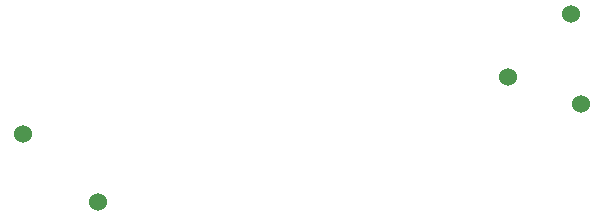
<source format=gbr>
G04 EAGLE Gerber RS-274X export*
G75*
%MOMM*%
%FSLAX34Y34*%
%LPD*%
%INSolderpaste Bottom*%
%IPPOS*%
%AMOC8*
5,1,8,0,0,1.08239X$1,22.5*%
G01*
%ADD10C,1.524000*%


D10*
X441960Y219710D03*
X504190Y196850D03*
X95250Y114300D03*
X31750Y171450D03*
X495300Y273050D03*
M02*

</source>
